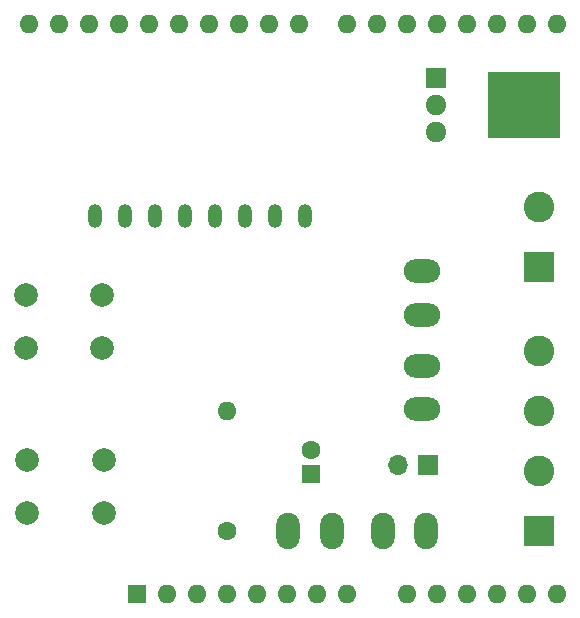
<source format=gbr>
%TF.GenerationSoftware,KiCad,Pcbnew,5.1.6+dfsg1-1*%
%TF.CreationDate,2020-07-08T08:01:11+01:00*%
%TF.ProjectId,Brew_Temperature_Controller,42726577-5f54-4656-9d70-657261747572,rev?*%
%TF.SameCoordinates,Original*%
%TF.FileFunction,Soldermask,Top*%
%TF.FilePolarity,Negative*%
%FSLAX46Y46*%
G04 Gerber Fmt 4.6, Leading zero omitted, Abs format (unit mm)*
G04 Created by KiCad (PCBNEW 5.1.6+dfsg1-1) date 2020-07-08 08:01:11*
%MOMM*%
%LPD*%
G01*
G04 APERTURE LIST*
%ADD10O,1.200000X2.000000*%
%ADD11O,2.000000X3.100000*%
%ADD12O,3.100000X2.000000*%
%ADD13O,1.600000X1.600000*%
%ADD14R,1.600000X1.600000*%
%ADD15C,1.600000*%
%ADD16R,2.600000X2.600000*%
%ADD17C,2.600000*%
%ADD18R,1.700000X1.700000*%
%ADD19O,1.700000X1.700000*%
%ADD20R,6.200000X5.700000*%
%ADD21R,1.800000X1.717500*%
%ADD22O,1.800000X1.717500*%
%ADD23C,2.000000*%
G04 APERTURE END LIST*
D10*
%TO.C,U1*%
X74930000Y-146812000D03*
X77470000Y-146812000D03*
X80010000Y-146812000D03*
X82550000Y-146812000D03*
X85090000Y-146812000D03*
X87630000Y-146812000D03*
X90170000Y-146812000D03*
X92710000Y-146812000D03*
%TD*%
D11*
%TO.C,F1*%
X103014000Y-173482000D03*
X99314000Y-173482000D03*
X95014000Y-173482000D03*
X91314000Y-173482000D03*
%TD*%
D12*
%TO.C,F2*%
X102616000Y-163194000D03*
X102616000Y-159494000D03*
X102616000Y-155194000D03*
X102616000Y-151494000D03*
%TD*%
D13*
%TO.C,A1*%
X111506000Y-130556000D03*
X114046000Y-130556000D03*
X74426000Y-130556000D03*
X114046000Y-178816000D03*
X76966000Y-130556000D03*
X111506000Y-178816000D03*
X79506000Y-130556000D03*
X108966000Y-178816000D03*
X82046000Y-130556000D03*
X106426000Y-178816000D03*
X84586000Y-130556000D03*
X103886000Y-178816000D03*
X87126000Y-130556000D03*
X101346000Y-178816000D03*
X89666000Y-130556000D03*
X96266000Y-178816000D03*
X92206000Y-130556000D03*
X93726000Y-178816000D03*
X96266000Y-130556000D03*
X91186000Y-178816000D03*
X98806000Y-130556000D03*
X88646000Y-178816000D03*
X101346000Y-130556000D03*
X86106000Y-178816000D03*
X103886000Y-130556000D03*
X83566000Y-178816000D03*
X106426000Y-130556000D03*
X81026000Y-178816000D03*
X108966000Y-130556000D03*
D14*
X78486000Y-178816000D03*
D13*
X71886000Y-130556000D03*
X69346000Y-130556000D03*
%TD*%
D14*
%TO.C,C3*%
X93218000Y-168656000D03*
D15*
X93218000Y-166656000D03*
%TD*%
D16*
%TO.C,J1*%
X112522000Y-173482000D03*
D17*
X112522000Y-168402000D03*
X112522000Y-163322000D03*
X112522000Y-158242000D03*
%TD*%
D16*
%TO.C,J2*%
X112522000Y-151130000D03*
D17*
X112522000Y-146050000D03*
%TD*%
D18*
%TO.C,J3*%
X103124000Y-167894000D03*
D19*
X100584000Y-167894000D03*
%TD*%
D20*
%TO.C,Q1*%
X111252000Y-137414000D03*
D21*
X103818667Y-135124000D03*
D22*
X103818667Y-137414000D03*
X103818667Y-139704000D03*
%TD*%
D15*
%TO.C,R1*%
X86106000Y-173482000D03*
D13*
X86106000Y-163322000D03*
%TD*%
D23*
%TO.C,SW1*%
X75588000Y-153488000D03*
X75588000Y-157988000D03*
X69088000Y-153488000D03*
X69088000Y-157988000D03*
%TD*%
%TO.C,SW2*%
X69192000Y-171958000D03*
X69192000Y-167458000D03*
X75692000Y-171958000D03*
X75692000Y-167458000D03*
%TD*%
M02*

</source>
